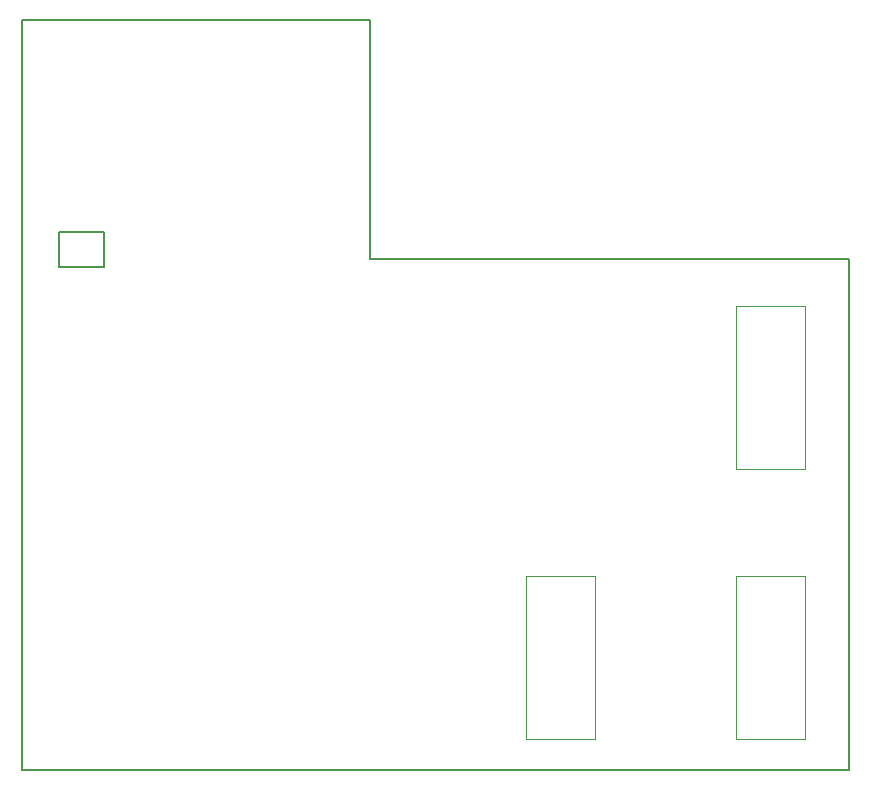
<source format=gbr>
G04 #@! TF.GenerationSoftware,KiCad,Pcbnew,6.0.4+dfsg-1+b1*
G04 #@! TF.CreationDate,2022-05-30T21:12:59+03:00*
G04 #@! TF.ProjectId,cps1_adapter,63707331-5f61-4646-9170-7465722e6b69,rev?*
G04 #@! TF.SameCoordinates,Original*
G04 #@! TF.FileFunction,Profile,NP*
%FSLAX46Y46*%
G04 Gerber Fmt 4.6, Leading zero omitted, Abs format (unit mm)*
G04 Created by KiCad (PCBNEW 6.0.4+dfsg-1+b1) date 2022-05-30 21:12:59*
%MOMM*%
%LPD*%
G01*
G04 APERTURE LIST*
G04 #@! TA.AperFunction,Profile*
%ADD10C,0.150000*%
G04 #@! TD*
G04 #@! TA.AperFunction,Profile*
%ADD11C,0.100000*%
G04 #@! TD*
G04 APERTURE END LIST*
D10*
X40616000Y-94600000D02*
X40616000Y-31060000D01*
X110690000Y-51300000D02*
X110690000Y-94600000D01*
D11*
X101140000Y-69120000D02*
X101140000Y-55320000D01*
D10*
X70150000Y-31060000D02*
X70150000Y-51300000D01*
D11*
X101140000Y-91980000D02*
X101140000Y-78180000D01*
D10*
X110690000Y-94600000D02*
X40616000Y-94600000D01*
D11*
X101140000Y-78180000D02*
X106940000Y-78180000D01*
X106930000Y-69120000D02*
X101140000Y-69120000D01*
X89150000Y-91980000D02*
X83360000Y-91980000D01*
D10*
X43790000Y-49040000D02*
X47590000Y-49040000D01*
D11*
X106930000Y-55320000D02*
X106930000Y-69120000D01*
X83360000Y-91980000D02*
X83360000Y-78180000D01*
D10*
X70150000Y-51300000D02*
X110690000Y-51300000D01*
D11*
X83360000Y-78180000D02*
X89150000Y-78180000D01*
X89150000Y-78180000D02*
X89150000Y-91980000D01*
D10*
X47590000Y-52000000D02*
X43790000Y-52000000D01*
D11*
X106940000Y-78180000D02*
X106940000Y-91980000D01*
X101140000Y-55320000D02*
X106930000Y-55320000D01*
X106940000Y-91980000D02*
X101140000Y-91980000D01*
D10*
X40616000Y-31060000D02*
X70150000Y-31060000D01*
X43790000Y-52000000D02*
X43790000Y-49040000D01*
X47590000Y-49040000D02*
X47590000Y-52000000D01*
M02*

</source>
